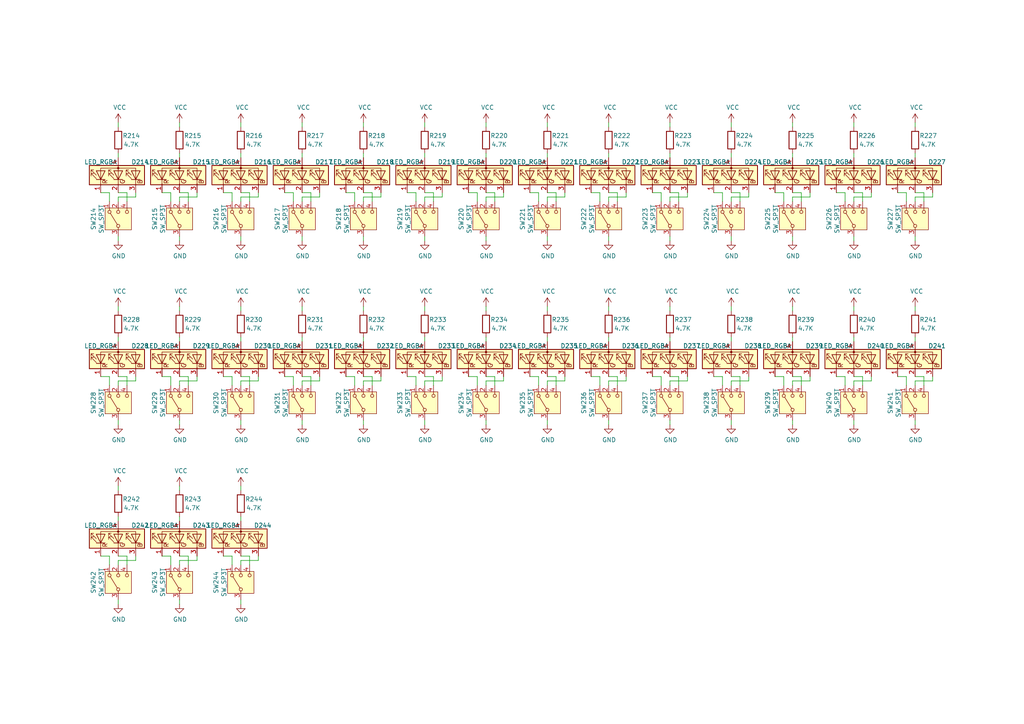
<source format=kicad_sch>
(kicad_sch (version 20231120) (generator "eeschema") (generator_version "8.0")
  (paper "A4")
  (lib_symbols
    (symbol "Device:R" (pin_numbers hide) (pin_names (offset 0))
      (property "Reference" "R" (at 2.032 0 90))
      (property "Value" "R" (at 0 0 90))
      (symbol "R_1_1"
        (pin passive line (at 0 3.81 270) (length 1.27) (name "~") (number "1"))
        (pin passive line (at 0 -3.81 90) (length 1.27) (name "~") (number "2"))
      )
    )
    (symbol "Switch:SW_SP3T" (pin_names (offset 0) hide)
      (property "Reference" "SW" (at 0 5.08 0))
      (property "Value" "SW_SP3T" (at 0 -5.08 0))
      (symbol "SW_SP3T_1_1"
        (pin passive line (at 5.08 2.54 180) (length 2.54) (name "1") (number "1"))
        (pin passive line (at 5.08 0 180) (length 2.54) (name "2") (number "2"))
        (pin passive line (at -5.08 0 0) (length 2.54) (name "3") (number "3"))
        (pin passive line (at 5.08 -2.54 180) (length 2.54) (name "4") (number "4"))
      )
    )
    (symbol "led_rgba:LED_RGBA" (pin_names (offset 0) hide)
      (property "Reference" "D" (at 0 9.398 0))
      (property "Value" "LED_RGBA" (at 0 -8.89 0))
      (symbol "LED_RGBA_0_0"
        (text "B" (at -1.905 -6.35 0) (effects (font (size 1.27 1.27))))
        (text "G" (at -1.905 -1.27 0) (effects (font (size 1.27 1.27))))
        (text "R" (at -1.905 3.81 0) (effects (font (size 1.27 1.27))))
      )
      (symbol "LED_RGBA_1_1"
        (pin passive line (at -5.08 5.08 0) (length 2.54) (name "RK") (number "1"))
        (pin passive line (at -5.08 0 0) (length 2.54) (name "GK") (number "2"))
        (pin passive line (at -5.08 -5.08 0) (length 2.54) (name "BK") (number "3"))
        (pin passive line (at 5.08 0 180) (length 2.54) (name "A") (number "4"))
      )
    )
    (symbol "motivational board-rescue:GND-power" (power) (pin_names (offset 0))
      (property "Value" "power_GND" (at 0 -3.81 0))
      (symbol "GND-power_1_1"
        (pin power_in line (at 0 0 270) (length 0) hide (name "GND") (number "1"))
      )
    )
    (symbol "motivational board-rescue:VCC-power" (power) (pin_names (offset 0))
      (property "Value" "power_VCC" (at 0 3.81 0))
      (symbol "VCC-power_1_1"
        (pin power_in line (at 0 0 90) (length 0) hide (name "VCC") (number "1"))
      )
    )
  )
  (wire (pts (xy 176.53 99.06) (xy 176.53 97.79)))
  (wire (pts (xy 69.85 173.99) (xy 69.85 175.26)))
  (wire (pts (xy 189.23 109.22) (xy 191.77 109.22)))
  (wire (pts (xy 161.29 55.88) (xy 158.75 55.88)))
  (wire (pts (xy 158.75 121.92) (xy 158.75 123.19)))
  (wire (pts (xy 217.17 57.15) (xy 217.17 55.88)))
  (wire (pts (xy 67.31 55.88) (xy 67.31 58.42)))
  (wire (pts (xy 39.37 162.56) (xy 39.37 161.29)))
  (wire (pts (xy 262.89 55.88) (xy 262.89 58.42)))
  (wire (pts (xy 54.61 55.88) (xy 52.07 55.88)))
  (wire (pts (xy 209.55 55.88) (xy 209.55 58.42)))
  (wire (pts (xy 158.75 110.49) (xy 163.83 110.49)))
  (wire (pts (xy 107.95 58.42) (xy 107.95 55.88)))
  (wire (pts (xy 158.75 45.72) (xy 158.75 44.45)))
  (wire (pts (xy 39.37 110.49) (xy 39.37 109.22)))
  (wire (pts (xy 212.09 45.72) (xy 212.09 44.45)))
  (wire (pts (xy 123.19 111.76) (xy 123.19 110.49)))
  (wire (pts (xy 31.75 161.29) (xy 31.75 163.83)))
  (wire (pts (xy 234.95 110.49) (xy 234.95 109.22)))
  (wire (pts (xy 158.75 58.42) (xy 158.75 57.15)))
  (wire (pts (xy 49.53 109.22) (xy 49.53 111.76)))
  (wire (pts (xy 247.65 121.92) (xy 247.65 123.19)))
  (wire (pts (xy 194.31 57.15) (xy 199.39 57.15)))
  (wire (pts (xy 214.63 55.88) (xy 212.09 55.88)))
  (wire (pts (xy 194.31 35.56) (xy 194.31 36.83)))
  (wire (pts (xy 29.21 55.88) (xy 31.75 55.88)))
  (wire (pts (xy 90.17 109.22) (xy 87.63 109.22)))
  (wire (pts (xy 87.63 58.42) (xy 87.63 57.15)))
  (wire (pts (xy 191.77 109.22) (xy 191.77 111.76)))
  (wire (pts (xy 36.83 58.42) (xy 36.83 55.88)))
  (wire (pts (xy 67.31 161.29) (xy 67.31 163.83)))
  (wire (pts (xy 105.41 45.72) (xy 105.41 44.45)))
  (wire (pts (xy 140.97 58.42) (xy 140.97 57.15)))
  (wire (pts (xy 105.41 110.49) (xy 110.49 110.49)))
  (wire (pts (xy 179.07 109.22) (xy 176.53 109.22)))
  (wire (pts (xy 125.73 58.42) (xy 125.73 55.88)))
  (wire (pts (xy 265.43 99.06) (xy 265.43 97.79)))
  (wire (pts (xy 29.21 161.29) (xy 31.75 161.29)))
  (wire (pts (xy 54.61 161.29) (xy 52.07 161.29)))
  (wire (pts (xy 212.09 110.49) (xy 217.17 110.49)))
  (wire (pts (xy 72.39 161.29) (xy 69.85 161.29)))
  (wire (pts (xy 194.31 110.49) (xy 199.39 110.49)))
  (wire (pts (xy 36.83 161.29) (xy 34.29 161.29)))
  (wire (pts (xy 224.79 109.22) (xy 227.33 109.22)))
  (wire (pts (xy 54.61 109.22) (xy 52.07 109.22)))
  (wire (pts (xy 265.43 45.72) (xy 265.43 44.45)))
  (wire (pts (xy 123.19 99.06) (xy 123.19 97.79)))
  (wire (pts (xy 260.35 109.22) (xy 262.89 109.22)))
  (wire (pts (xy 120.65 55.88) (xy 120.65 58.42)))
  (wire (pts (xy 158.75 99.06) (xy 158.75 97.79)))
  (wire (pts (xy 247.65 57.15) (xy 252.73 57.15)))
  (wire (pts (xy 232.41 55.88) (xy 229.87 55.88)))
  (wire (pts (xy 69.85 151.13) (xy 69.85 149.86)))
  (wire (pts (xy 105.41 99.06) (xy 105.41 97.79)))
  (wire (pts (xy 176.53 68.58) (xy 176.53 69.85)))
  (wire (pts (xy 194.31 88.9) (xy 194.31 90.17)))
  (wire (pts (xy 52.07 58.42) (xy 52.07 57.15)))
  (wire (pts (xy 105.41 111.76) (xy 105.41 110.49)))
  (wire (pts (xy 52.07 57.15) (xy 57.15 57.15)))
  (wire (pts (xy 69.85 45.72) (xy 69.85 44.45)))
  (wire (pts (xy 34.29 35.56) (xy 34.29 36.83)))
  (wire (pts (xy 209.55 109.22) (xy 209.55 111.76)))
  (wire (pts (xy 85.09 109.22) (xy 85.09 111.76)))
  (wire (pts (xy 74.93 110.49) (xy 74.93 109.22)))
  (wire (pts (xy 229.87 99.06) (xy 229.87 97.79)))
  (wire (pts (xy 49.53 55.88) (xy 49.53 58.42)))
  (wire (pts (xy 189.23 55.88) (xy 191.77 55.88)))
  (wire (pts (xy 229.87 111.76) (xy 229.87 110.49)))
  (wire (pts (xy 52.07 121.92) (xy 52.07 123.19)))
  (wire (pts (xy 100.33 55.88) (xy 102.87 55.88)))
  (wire (pts (xy 69.85 99.06) (xy 69.85 97.79)))
  (wire (pts (xy 265.43 57.15) (xy 270.51 57.15)))
  (wire (pts (xy 247.65 99.06) (xy 247.65 97.79)))
  (wire (pts (xy 34.29 88.9) (xy 34.29 90.17)))
  (wire (pts (xy 52.07 163.83) (xy 52.07 162.56)))
  (wire (pts (xy 143.51 111.76) (xy 143.51 109.22)))
  (wire (pts (xy 34.29 68.58) (xy 34.29 69.85)))
  (wire (pts (xy 90.17 55.88) (xy 87.63 55.88)))
  (wire (pts (xy 232.41 111.76) (xy 232.41 109.22)))
  (wire (pts (xy 247.65 35.56) (xy 247.65 36.83)))
  (wire (pts (xy 52.07 140.97) (xy 52.07 142.24)))
  (wire (pts (xy 110.49 110.49) (xy 110.49 109.22)))
  (wire (pts (xy 140.97 57.15) (xy 146.05 57.15)))
  (wire (pts (xy 247.65 68.58) (xy 247.65 69.85)))
  (wire (pts (xy 250.19 55.88) (xy 247.65 55.88)))
  (wire (pts (xy 64.77 55.88) (xy 67.31 55.88)))
  (wire (pts (xy 247.65 45.72) (xy 247.65 44.45)))
  (wire (pts (xy 92.71 57.15) (xy 92.71 55.88)))
  (wire (pts (xy 161.29 111.76) (xy 161.29 109.22)))
  (wire (pts (xy 153.67 109.22) (xy 156.21 109.22)))
  (wire (pts (xy 72.39 111.76) (xy 72.39 109.22)))
  (wire (pts (xy 87.63 111.76) (xy 87.63 110.49)))
  (wire (pts (xy 156.21 55.88) (xy 156.21 58.42)))
  (wire (pts (xy 163.83 110.49) (xy 163.83 109.22)))
  (wire (pts (xy 128.27 57.15) (xy 128.27 55.88)))
  (wire (pts (xy 176.53 35.56) (xy 176.53 36.83)))
  (wire (pts (xy 146.05 57.15) (xy 146.05 55.88)))
  (wire (pts (xy 54.61 163.83) (xy 54.61 161.29)))
  (wire (pts (xy 217.17 110.49) (xy 217.17 109.22)))
  (wire (pts (xy 64.77 109.22) (xy 67.31 109.22)))
  (wire (pts (xy 135.89 55.88) (xy 138.43 55.88)))
  (wire (pts (xy 69.85 140.97) (xy 69.85 142.24)))
  (wire (pts (xy 229.87 121.92) (xy 229.87 123.19)))
  (wire (pts (xy 31.75 55.88) (xy 31.75 58.42)))
  (wire (pts (xy 123.19 68.58) (xy 123.19 69.85)))
  (wire (pts (xy 247.65 58.42) (xy 247.65 57.15)))
  (wire (pts (xy 69.85 121.92) (xy 69.85 123.19)))
  (wire (pts (xy 46.99 55.88) (xy 49.53 55.88)))
  (wire (pts (xy 196.85 109.22) (xy 194.31 109.22)))
  (wire (pts (xy 36.83 163.83) (xy 36.83 161.29)))
  (wire (pts (xy 176.53 88.9) (xy 176.53 90.17)))
  (wire (pts (xy 34.29 173.99) (xy 34.29 175.26)))
  (wire (pts (xy 36.83 111.76) (xy 36.83 109.22)))
  (wire (pts (xy 229.87 35.56) (xy 229.87 36.83)))
  (wire (pts (xy 247.65 110.49) (xy 252.73 110.49)))
  (wire (pts (xy 107.95 109.22) (xy 105.41 109.22)))
  (wire (pts (xy 229.87 57.15) (xy 234.95 57.15)))
  (wire (pts (xy 140.97 121.92) (xy 140.97 123.19)))
  (wire (pts (xy 229.87 68.58) (xy 229.87 69.85)))
  (wire (pts (xy 212.09 111.76) (xy 212.09 110.49)))
  (wire (pts (xy 34.29 140.97) (xy 34.29 142.24)))
  (wire (pts (xy 46.99 109.22) (xy 49.53 109.22)))
  (wire (pts (xy 196.85 111.76) (xy 196.85 109.22)))
  (wire (pts (xy 72.39 55.88) (xy 69.85 55.88)))
  (wire (pts (xy 229.87 110.49) (xy 234.95 110.49)))
  (wire (pts (xy 105.41 35.56) (xy 105.41 36.83)))
  (wire (pts (xy 229.87 45.72) (xy 229.87 44.45)))
  (wire (pts (xy 90.17 58.42) (xy 90.17 55.88)))
  (wire (pts (xy 34.29 121.92) (xy 34.29 123.19)))
  (wire (pts (xy 176.53 57.15) (xy 181.61 57.15)))
  (wire (pts (xy 123.19 45.72) (xy 123.19 44.45)))
  (wire (pts (xy 87.63 68.58) (xy 87.63 69.85)))
  (wire (pts (xy 153.67 55.88) (xy 156.21 55.88)))
  (wire (pts (xy 64.77 161.29) (xy 67.31 161.29)))
  (wire (pts (xy 39.37 57.15) (xy 39.37 55.88)))
  (wire (pts (xy 267.97 109.22) (xy 265.43 109.22)))
  (wire (pts (xy 199.39 110.49) (xy 199.39 109.22)))
  (wire (pts (xy 123.19 35.56) (xy 123.19 36.83)))
  (wire (pts (xy 270.51 57.15) (xy 270.51 55.88)))
  (wire (pts (xy 158.75 88.9) (xy 158.75 90.17)))
  (wire (pts (xy 179.07 55.88) (xy 176.53 55.88)))
  (wire (pts (xy 57.15 162.56) (xy 57.15 161.29)))
  (wire (pts (xy 52.07 111.76) (xy 52.07 110.49)))
  (wire (pts (xy 87.63 35.56) (xy 87.63 36.83)))
  (wire (pts (xy 100.33 109.22) (xy 102.87 109.22)))
  (wire (pts (xy 118.11 109.22) (xy 120.65 109.22)))
  (wire (pts (xy 173.99 55.88) (xy 173.99 58.42)))
  (wire (pts (xy 146.05 110.49) (xy 146.05 109.22)))
  (wire (pts (xy 194.31 121.92) (xy 194.31 123.19)))
  (wire (pts (xy 52.07 151.13) (xy 52.07 149.86)))
  (wire (pts (xy 212.09 35.56) (xy 212.09 36.83)))
  (wire (pts (xy 34.29 111.76) (xy 34.29 110.49)))
  (wire (pts (xy 138.43 55.88) (xy 138.43 58.42)))
  (wire (pts (xy 92.71 110.49) (xy 92.71 109.22)))
  (wire (pts (xy 252.73 110.49) (xy 252.73 109.22)))
  (wire (pts (xy 36.83 55.88) (xy 34.29 55.88)))
  (wire (pts (xy 176.53 121.92) (xy 176.53 123.19)))
  (wire (pts (xy 69.85 163.83) (xy 69.85 162.56)))
  (wire (pts (xy 125.73 111.76) (xy 125.73 109.22)))
  (wire (pts (xy 120.65 109.22) (xy 120.65 111.76)))
  (wire (pts (xy 34.29 110.49) (xy 39.37 110.49)))
  (wire (pts (xy 245.11 55.88) (xy 245.11 58.42)))
  (wire (pts (xy 250.19 58.42) (xy 250.19 55.88)))
  (wire (pts (xy 52.07 110.49) (xy 57.15 110.49)))
  (wire (pts (xy 158.75 68.58) (xy 158.75 69.85)))
  (wire (pts (xy 176.53 110.49) (xy 181.61 110.49)))
  (wire (pts (xy 267.97 55.88) (xy 265.43 55.88)))
  (wire (pts (xy 265.43 35.56) (xy 265.43 36.83)))
  (wire (pts (xy 207.01 55.88) (xy 209.55 55.88)))
  (wire (pts (xy 34.29 57.15) (xy 39.37 57.15)))
  (wire (pts (xy 105.41 68.58) (xy 105.41 69.85)))
  (wire (pts (xy 267.97 111.76) (xy 267.97 109.22)))
  (wire (pts (xy 52.07 68.58) (xy 52.07 69.85)))
  (wire (pts (xy 229.87 58.42) (xy 229.87 57.15)))
  (wire (pts (xy 72.39 163.83) (xy 72.39 161.29)))
  (wire (pts (xy 214.63 58.42) (xy 214.63 55.88)))
  (wire (pts (xy 105.41 58.42) (xy 105.41 57.15)))
  (wire (pts (xy 181.61 110.49) (xy 181.61 109.22)))
  (wire (pts (xy 265.43 121.92) (xy 265.43 123.19)))
  (wire (pts (xy 110.49 57.15) (xy 110.49 55.88)))
  (wire (pts (xy 72.39 58.42) (xy 72.39 55.88)))
  (wire (pts (xy 212.09 58.42) (xy 212.09 57.15)))
  (wire (pts (xy 125.73 55.88) (xy 123.19 55.88)))
  (wire (pts (xy 161.29 109.22) (xy 158.75 109.22)))
  (wire (pts (xy 194.31 111.76) (xy 194.31 110.49)))
  (wire (pts (xy 191.77 55.88) (xy 191.77 58.42)))
  (wire (pts (xy 49.53 161.29) (xy 49.53 163.83)))
  (wire (pts (xy 250.19 111.76) (xy 250.19 109.22)))
  (wire (pts (xy 34.29 58.42) (xy 34.29 57.15)))
  (wire (pts (xy 247.65 111.76) (xy 247.65 110.49)))
  (wire (pts (xy 212.09 88.9) (xy 212.09 90.17)))
  (wire (pts (xy 171.45 109.22) (xy 173.99 109.22)))
  (wire (pts (xy 227.33 109.22) (xy 227.33 111.76)))
  (wire (pts (xy 214.63 109.22) (xy 212.09 109.22)))
  (wire (pts (xy 118.11 55.88) (xy 120.65 55.88)))
  (wire (pts (xy 69.85 57.15) (xy 74.93 57.15)))
  (wire (pts (xy 171.45 55.88) (xy 173.99 55.88)))
  (wire (pts (xy 69.85 35.56) (xy 69.85 36.83)))
  (wire (pts (xy 123.19 58.42) (xy 123.19 57.15)))
  (wire (pts (xy 232.41 58.42) (xy 232.41 55.88)))
  (wire (pts (xy 207.01 109.22) (xy 209.55 109.22)))
  (wire (pts (xy 74.93 162.56) (xy 74.93 161.29)))
  (wire (pts (xy 125.73 109.22) (xy 123.19 109.22)))
  (wire (pts (xy 87.63 99.06) (xy 87.63 97.79)))
  (wire (pts (xy 242.57 55.88) (xy 245.11 55.88)))
  (wire (pts (xy 212.09 68.58) (xy 212.09 69.85)))
  (wire (pts (xy 199.39 57.15) (xy 199.39 55.88)))
  (wire (pts (xy 163.83 57.15) (xy 163.83 55.88)))
  (wire (pts (xy 214.63 111.76) (xy 214.63 109.22)))
  (wire (pts (xy 82.55 109.22) (xy 85.09 109.22)))
  (wire (pts (xy 105.41 57.15) (xy 110.49 57.15)))
  (wire (pts (xy 52.07 173.99) (xy 52.07 175.26)))
  (wire (pts (xy 34.29 163.83) (xy 34.29 162.56)))
  (wire (pts (xy 232.41 109.22) (xy 229.87 109.22)))
  (wire (pts (xy 31.75 109.22) (xy 31.75 111.76)))
  (wire (pts (xy 82.55 55.88) (xy 85.09 55.88)))
  (wire (pts (xy 123.19 88.9) (xy 123.19 90.17)))
  (wire (pts (xy 69.85 88.9) (xy 69.85 90.17)))
  (wire (pts (xy 224.79 55.88) (xy 227.33 55.88)))
  (wire (pts (xy 29.21 109.22) (xy 31.75 109.22)))
  (wire (pts (xy 107.95 55.88) (xy 105.41 55.88)))
  (wire (pts (xy 194.31 99.06) (xy 194.31 97.79)))
  (wire (pts (xy 90.17 111.76) (xy 90.17 109.22)))
  (wire (pts (xy 67.31 109.22) (xy 67.31 111.76)))
  (wire (pts (xy 34.29 45.72) (xy 34.29 44.45)))
  (wire (pts (xy 74.93 57.15) (xy 74.93 55.88)))
  (wire (pts (xy 181.61 57.15) (xy 181.61 55.88)))
  (wire (pts (xy 194.31 68.58) (xy 194.31 69.85)))
  (wire (pts (xy 176.53 111.76) (xy 176.53 110.49)))
  (wire (pts (xy 250.19 109.22) (xy 247.65 109.22)))
  (wire (pts (xy 179.07 58.42) (xy 179.07 55.88)))
  (wire (pts (xy 265.43 68.58) (xy 265.43 69.85)))
  (wire (pts (xy 72.39 109.22) (xy 69.85 109.22)))
  (wire (pts (xy 212.09 99.06) (xy 212.09 97.79)))
  (wire (pts (xy 176.53 45.72) (xy 176.53 44.45)))
  (wire (pts (xy 242.57 109.22) (xy 245.11 109.22)))
  (wire (pts (xy 34.29 151.13) (xy 34.29 149.86)))
  (wire (pts (xy 87.63 121.92) (xy 87.63 123.19)))
  (wire (pts (xy 87.63 57.15) (xy 92.71 57.15)))
  (wire (pts (xy 54.61 111.76) (xy 54.61 109.22)))
  (wire (pts (xy 140.97 88.9) (xy 140.97 90.17)))
  (wire (pts (xy 69.85 110.49) (xy 74.93 110.49)))
  (wire (pts (xy 161.29 58.42) (xy 161.29 55.88)))
  (wire (pts (xy 123.19 57.15) (xy 128.27 57.15)))
  (wire (pts (xy 143.51 58.42) (xy 143.51 55.88)))
  (wire (pts (xy 140.97 110.49) (xy 146.05 110.49)))
  (wire (pts (xy 57.15 57.15) (xy 57.15 55.88)))
  (wire (pts (xy 138.43 109.22) (xy 138.43 111.76)))
  (wire (pts (xy 194.31 58.42) (xy 194.31 57.15)))
  (wire (pts (xy 123.19 121.92) (xy 123.19 123.19)))
  (wire (pts (xy 196.85 55.88) (xy 194.31 55.88)))
  (wire (pts (xy 196.85 58.42) (xy 196.85 55.88)))
  (wire (pts (xy 265.43 88.9) (xy 265.43 90.17)))
  (wire (pts (xy 140.97 68.58) (xy 140.97 69.85)))
  (wire (pts (xy 52.07 45.72) (xy 52.07 44.45)))
  (wire (pts (xy 176.53 58.42) (xy 176.53 57.15)))
  (wire (pts (xy 107.95 111.76) (xy 107.95 109.22)))
  (wire (pts (xy 156.21 109.22) (xy 156.21 111.76)))
  (wire (pts (xy 102.87 109.22) (xy 102.87 111.76)))
  (wire (pts (xy 227.33 55.88) (xy 227.33 58.42)))
  (wire (pts (xy 140.97 111.76) (xy 140.97 110.49)))
  (wire (pts (xy 265.43 58.42) (xy 265.43 57.15)))
  (wire (pts (xy 158.75 57.15) (xy 163.83 57.15)))
  (wire (pts (xy 69.85 111.76) (xy 69.85 110.49)))
  (wire (pts (xy 69.85 58.42) (xy 69.85 57.15)))
  (wire (pts (xy 212.09 121.92) (xy 212.09 123.19)))
  (wire (pts (xy 34.29 162.56) (xy 39.37 162.56)))
  (wire (pts (xy 158.75 35.56) (xy 158.75 36.83)))
  (wire (pts (xy 140.97 35.56) (xy 140.97 36.83)))
  (wire (pts (xy 194.31 45.72) (xy 194.31 44.45)))
  (wire (pts (xy 52.07 99.06) (xy 52.07 97.79)))
  (wire (pts (xy 87.63 45.72) (xy 87.63 44.45)))
  (wire (pts (xy 265.43 111.76) (xy 265.43 110.49)))
  (wire (pts (xy 143.51 55.88) (xy 140.97 55.88)))
  (wire (pts (xy 252.73 57.15) (xy 252.73 55.88)))
  (wire (pts (xy 52.07 35.56) (xy 52.07 36.83)))
  (wire (pts (xy 140.97 99.06) (xy 140.97 97.79)))
  (wire (pts (xy 270.51 110.49) (xy 270.51 109.22)))
  (wire (pts (xy 69.85 68.58) (xy 69.85 69.85)))
  (wire (pts (xy 128.27 110.49) (xy 128.27 109.22)))
  (wire (pts (xy 102.87 55.88) (xy 102.87 58.42)))
  (wire (pts (xy 245.11 109.22) (xy 245.11 111.76)))
  (wire (pts (xy 87.63 88.9) (xy 87.63 90.17)))
  (wire (pts (xy 143.51 109.22) (xy 140.97 109.22)))
  (wire (pts (xy 179.07 111.76) (xy 179.07 109.22)))
  (wire (pts (xy 46.99 161.29) (xy 49.53 161.29)))
  (wire (pts (xy 69.85 162.56) (xy 74.93 162.56)))
  (wire (pts (xy 105.41 121.92) (xy 105.41 123.19)))
  (wire (pts (xy 52.07 162.56) (xy 57.15 162.56)))
  (wire (pts (xy 87.63 110.49) (xy 92.71 110.49)))
  (wire (pts (xy 54.61 58.42) (xy 54.61 55.88)))
  (wire (pts (xy 85.09 55.88) (xy 85.09 58.42)))
  (wire (pts (xy 262.89 109.22) (xy 262.89 111.76)))
  (wire (pts (xy 173.99 109.22) (xy 173.99 111.76)))
  (wire (pts (xy 234.95 57.15) (xy 234.95 55.88)))
  (wire (pts (xy 158.75 111.76) (xy 158.75 110.49)))
  (wire (pts (xy 140.97 45.72) (xy 140.97 44.45)))
  (wire (pts (xy 57.15 110.49) (xy 57.15 109.22)))
  (wire (pts (xy 267.97 58.42) (xy 267.97 55.88)))
  (wire (pts (xy 265.43 110.49) (xy 270.51 110.49)))
  (wire (pts (xy 123.19 110.49) (xy 128.27 110.49)))
  (wire (pts (xy 247.65 88.9) (xy 247.65 90.17)))
  (wire (pts (xy 229.87 88.9) (xy 229.87 90.17)))
  (wire (pts (xy 135.89 109.22) (xy 138.43 109.22)))
  (wire (pts (xy 260.35 55.88) (xy 262.89 55.88)))
  (wire (pts (xy 34.29 99.06) (xy 34.29 97.79)))
  (wire (pts (xy 105.41 88.9) (xy 105.41 90.17)))
  (wire (pts (xy 212.09 57.15) (xy 217.17 57.15)))
  (wire (pts (xy 36.83 109.22) (xy 34.29 109.22)))
  (wire (pts (xy 52.07 88.9) (xy 52.07 90.17)))
  (symbol (lib_id "led_rgba:LED_RGBA") (at 34.29 50.8 90) (unit 1)
    (property "Reference" "D214" (at 40.64 46.99 90))
    (property "Value" "LED_RGBA" (at 29.21 46.99 90))
    (property "Footprint" "LED_SMD-extra:LED_RGB_3528" (effects (hide yes)))
  )
  (symbol (lib_id "led_rgba:LED_RGBA") (at 194.31 50.8 90) (unit 1)
    (property "Reference" "D223" (at 200.66 46.99 90))
    (property "Value" "LED_RGBA" (at 189.23 46.99 90))
    (property "Footprint" "LED_SMD-extra:LED_RGB_3528" (effects (hide yes)))
  )
  (symbol (lib_id "Device:R") (at 194.31 40.64 0) (unit 1)
    (property "Reference" "R223" (at 198.12 39.37 0))
    (property "Value" "4.7K" (at 198.12 41.91 0))
    (property "Footprint" "Resistors_SMD:R_0805_HandSoldering" (effects (hide yes)))
  )
  (symbol (lib_id "motivational board-rescue:VCC-power") (at 52.07 88.9 0) (unit 1)
    (property "Reference" "#PWR0458" (effects (hide yes)))
    (property "Value" "VCC" (at 52.5018 84.5058 0))
  )
  (symbol (lib_id "motivational board-rescue:GND-power") (at 176.53 123.19 0) (unit 1)
    (property "Reference" "#PWR0479" (effects (hide yes)))
    (property "Value" "GND" (at 176.657 127.5842 0))
  )
  (symbol (lib_id "Device:R") (at 212.09 93.98 0) (unit 1)
    (property "Reference" "R238" (at 215.9 92.71 0))
    (property "Value" "4.7K" (at 215.9 95.25 0))
    (property "Footprint" "Resistors_SMD:R_0805_HandSoldering" (effects (hide yes)))
  )
  (symbol (lib_id "motivational board-rescue:VCC-power") (at 229.87 88.9 0) (unit 1)
    (property "Reference" "#PWR0468" (effects (hide yes)))
    (property "Value" "VCC" (at 230.3018 84.5058 0))
  )
  (symbol (lib_id "Switch:SW_SP3T") (at 247.65 116.84 90) (unit 1)
    (property "Reference" "SW240" (at 240.4618 116.84 0))
    (property "Value" "SW_SP3T" (at 242.7732 116.84 0))
    (property "Footprint" "Button_Switch_THT-extra:SS13D07G4" (effects (hide yes)))
  )
  (symbol (lib_id "led_rgba:LED_RGBA") (at 34.29 156.21 90) (unit 1)
    (property "Reference" "D242" (at 40.64 152.4 90))
    (property "Value" "LED_RGBA" (at 29.21 152.4 90))
    (property "Footprint" "LED_SMD-extra:LED_RGB_3528" (effects (hide yes)))
  )
  (symbol (lib_id "Device:R") (at 52.07 146.05 0) (unit 1)
    (property "Reference" "R243" (at 55.88 144.78 0))
    (property "Value" "4.7K" (at 55.88 147.32 0))
    (property "Footprint" "Resistors_SMD:R_0805_HandSoldering" (effects (hide yes)))
  )
  (symbol (lib_id "Switch:SW_SP3T") (at 69.85 168.91 90) (unit 1)
    (property "Reference" "SW244" (at 62.6618 168.91 0))
    (property "Value" "SW_SP3T" (at 64.9732 168.91 0))
    (property "Footprint" "Button_Switch_THT-extra:SS13D07G4" (effects (hide yes)))
  )
  (symbol (lib_id "Switch:SW_SP3T") (at 34.29 63.5 90) (unit 1)
    (property "Reference" "SW214" (at 27.1018 63.5 0))
    (property "Value" "SW_SP3T" (at 29.4132 63.5 0))
    (property "Footprint" "Button_Switch_THT-extra:SS13D07G4" (effects (hide yes)))
  )
  (symbol (lib_id "Device:R") (at 34.29 40.64 0) (unit 1)
    (property "Reference" "R214" (at 38.1 39.37 0))
    (property "Value" "4.7K" (at 38.1 41.91 0))
    (property "Footprint" "Resistors_SMD:R_0805_HandSoldering" (effects (hide yes)))
  )
  (symbol (lib_id "motivational board-rescue:VCC-power") (at 34.29 35.56 0) (unit 1)
    (property "Reference" "#PWR0429" (effects (hide yes)))
    (property "Value" "VCC" (at 34.7218 31.1658 0))
  )
  (symbol (lib_id "motivational board-rescue:GND-power") (at 34.29 69.85 0) (unit 1)
    (property "Reference" "#PWR0443" (effects (hide yes)))
    (property "Value" "GND" (at 34.417 74.2442 0))
  )
  (symbol (lib_id "Switch:SW_SP3T") (at 52.07 63.5 90) (unit 1)
    (property "Reference" "SW215" (at 44.8818 63.5 0))
    (property "Value" "SW_SP3T" (at 47.1932 63.5 0))
    (property "Footprint" "Button_Switch_THT-extra:SS13D07G4" (effects (hide yes)))
  )
  (symbol (lib_id "led_rgba:LED_RGBA") (at 52.07 50.8 90) (unit 1)
    (property "Reference" "D215" (at 58.42 46.99 90))
    (property "Value" "LED_RGBA" (at 46.99 46.99 90))
    (property "Footprint" "LED_SMD-extra:LED_RGB_3528" (effects (hide yes)))
  )
  (symbol (lib_id "Device:R") (at 52.07 40.64 0) (unit 1)
    (property "Reference" "R215" (at 55.88 39.37 0))
    (property "Value" "4.7K" (at 55.88 41.91 0))
    (property "Footprint" "Resistors_SMD:R_0805_HandSoldering" (effects (hide yes)))
  )
  (symbol (lib_id "motivational board-rescue:VCC-power") (at 52.07 35.56 0) (unit 1)
    (property "Reference" "#PWR0430" (effects (hide yes)))
    (property "Value" "VCC" (at 52.5018 31.1658 0))
  )
  (symbol (lib_id "motivational board-rescue:GND-power") (at 52.07 69.85 0) (unit 1)
    (property "Reference" "#PWR0444" (effects (hide yes)))
    (property "Value" "GND" (at 52.197 74.2442 0))
  )
  (symbol (lib_id "Switch:SW_SP3T") (at 69.85 63.5 90) (unit 1)
    (property "Reference" "SW216" (at 62.6618 63.5 0))
    (property "Value" "SW_SP3T" (at 64.9732 63.5 0))
    (property "Footprint" "Button_Switch_THT-extra:SS13D07G4" (effects (hide yes)))
  )
  (symbol (lib_id "led_rgba:LED_RGBA") (at 69.85 50.8 90) (unit 1)
    (property "Reference" "D216" (at 76.2 46.99 90))
    (property "Value" "LED_RGBA" (at 64.77 46.99 90))
    (property "Footprint" "LED_SMD-extra:LED_RGB_3528" (effects (hide yes)))
  )
  (symbol (lib_id "Device:R") (at 69.85 40.64 0) (unit 1)
    (property "Reference" "R216" (at 73.66 39.37 0))
    (property "Value" "4.7K" (at 73.66 41.91 0))
    (property "Footprint" "Resistors_SMD:R_0805_HandSoldering" (effects (hide yes)))
  )
  (symbol (lib_id "motivational board-rescue:VCC-power") (at 69.85 35.56 0) (unit 1)
    (property "Reference" "#PWR0431" (effects (hide yes)))
    (property "Value" "VCC" (at 70.2818 31.1658 0))
  )
  (symbol (lib_id "motivational board-rescue:GND-power") (at 69.85 69.85 0) (unit 1)
    (property "Reference" "#PWR0445" (effects (hide yes)))
    (property "Value" "GND" (at 69.977 74.2442 0))
  )
  (symbol (lib_id "Switch:SW_SP3T") (at 87.63 63.5 90) (unit 1)
    (property "Reference" "SW217" (at 80.4418 63.5 0))
    (property "Value" "SW_SP3T" (at 82.7532 63.5 0))
    (property "Footprint" "Button_Switch_THT-extra:SS13D07G4" (effects (hide yes)))
  )
  (symbol (lib_id "led_rgba:LED_RGBA") (at 87.63 50.8 90) (unit 1)
    (property "Reference" "D217" (at 93.98 46.99 90))
    (property "Value" "LED_RGBA" (at 82.55 46.99 90))
    (property "Footprint" "LED_SMD-extra:LED_RGB_3528" (effects (hide yes)))
  )
  (symbol (lib_id "Device:R") (at 87.63 40.64 0) (unit 1)
    (property "Reference" "R217" (at 91.44 39.37 0))
    (property "Value" "4.7K" (at 91.44 41.91 0))
    (property "Footprint" "Resistors_SMD:R_0805_HandSoldering" (effects (hide yes)))
  )
  (symbol (lib_id "motivational board-rescue:VCC-power") (at 87.63 35.56 0) (unit 1)
    (property "Reference" "#PWR0432" (effects (hide yes)))
    (property "Value" "VCC" (at 88.0618 31.1658 0))
  )
  (symbol (lib_id "motivational board-rescue:GND-power") (at 87.63 69.85 0) (unit 1)
    (property "Reference" "#PWR0446" (effects (hide yes)))
    (property "Value" "GND" (at 87.757 74.2442 0))
  )
  (symbol (lib_id "Switch:SW_SP3T") (at 105.41 63.5 90) (unit 1)
    (property "Reference" "SW218" (at 98.2218 63.5 0))
    (property "Value" "SW_SP3T" (at 100.5332 63.5 0))
    (property "Footprint" "Button_Switch_THT-extra:SS13D07G4" (effects (hide yes)))
  )
  (symbol (lib_id "led_rgba:LED_RGBA") (at 105.41 50.8 90) (unit 1)
    (property "Reference" "D218" (at 111.76 46.99 90))
    (property "Value" "LED_RGBA" (at 100.33 46.99 90))
    (property "Footprint" "LED_SMD-extra:LED_RGB_3528" (effects (hide yes)))
  )
  (symbol (lib_id "Device:R") (at 105.41 40.64 0) (unit 1)
    (property "Reference" "R218" (at 109.22 39.37 0))
    (property "Value" "4.7K" (at 109.22 41.91 0))
    (property "Footprint" "Resistors_SMD:R_0805_HandSoldering" (effects (hide yes)))
  )
  (symbol (lib_id "motivational board-rescue:VCC-power") (at 105.41 35.56 0) (unit 1)
    (property "Reference" "#PWR0433" (effects (hide yes)))
    (property "Value" "VCC" (at 105.8418 31.1658 0))
  )
  (symbol (lib_id "motivational board-rescue:GND-power") (at 105.41 69.85 0) (unit 1)
    (property "Reference" "#PWR0447" (effects (hide yes)))
    (property "Value" "GND" (at 105.537 74.2442 0))
  )
  (symbol (lib_id "Switch:SW_SP3T") (at 123.19 63.5 90) (unit 1)
    (property "Reference" "SW219" (at 116.0018 63.5 0))
    (property "Value" "SW_SP3T" (at 118.3132 63.5 0))
    (property "Footprint" "Button_Switch_THT-extra:SS13D07G4" (effects (hide yes)))
  )
  (symbol (lib_id "led_rgba:LED_RGBA") (at 123.19 50.8 90) (unit 1)
    (property "Reference" "D219" (at 129.54 46.99 90))
    (property "Value" "LED_RGBA" (at 118.11 46.99 90))
    (property "Footprint" "LED_SMD-extra:LED_RGB_3528" (effects (hide yes)))
  )
  (symbol (lib_id "Device:R") (at 123.19 40.64 0) (unit 1)
    (property "Reference" "R219" (at 127 39.37 0))
    (property "Value" "4.7K" (at 127 41.91 0))
    (property "Footprint" "Resistors_SMD:R_0805_HandSoldering" (effects (hide yes)))
  )
  (symbol (lib_id "motivational board-rescue:VCC-power") (at 123.19 35.56 0) (unit 1)
    (property "Reference" "#PWR0434" (effects (hide yes)))
    (property "Value" "VCC" (at 123.6218 31.1658 0))
  )
  (symbol (lib_id "motivational board-rescue:GND-power") (at 123.19 69.85 0) (unit 1)
    (property "Reference" "#PWR0448" (effects (hide yes)))
    (property "Value" "GND" (at 123.317 74.2442 0))
  )
  (symbol (lib_id "Switch:SW_SP3T") (at 140.97 63.5 90) (unit 1)
    (property "Reference" "SW220" (at 133.7818 63.5 0))
    (property "Value" "SW_SP3T" (at 136.0932 63.5 0))
    (property "Footprint" "Button_Switch_THT-extra:SS13D07G4" (effects (hide yes)))
  )
  (symbol (lib_id "led_rgba:LED_RGBA") (at 140.97 50.8 90) (unit 1)
    (property "Reference" "D220" (at 147.32 46.99 90))
    (property "Value" "LED_RGBA" (at 135.89 46.99 90))
    (property "Footprint" "LED_SMD-extra:LED_RGB_3528" (effects (hide yes)))
  )
  (symbol (lib_id "Device:R") (at 140.97 40.64 0) (unit 1)
    (property "Reference" "R220" (at 144.78 39.37 0))
    (property "Value" "4.7K" (at 144.78 41.91 0))
    (property "Footprint" "Resistors_SMD:R_0805_HandSoldering" (effects (hide yes)))
  )
  (symbol (lib_id "motivational board-rescue:VCC-power") (at 140.97 35.56 0) (unit 1)
    (property "Reference" "#PWR0435" (effects (hide yes)))
    (property "Value" "VCC" (at 141.4018 31.1658 0))
  )
  (symbol (lib_id "motivational board-rescue:GND-power") (at 140.97 69.85 0) (unit 1)
    (property "Reference" "#PWR0449" (effects (hide yes)))
    (property "Value" "GND" (at 141.097 74.2442 0))
  )
  (symbol (lib_id "Switch:SW_SP3T") (at 158.75 63.5 90) (unit 1)
    (property "Reference" "SW221" (at 151.5618 63.5 0))
    (property "Value" "SW_SP3T" (at 153.8732 63.5 0))
    (property "Footprint" "Button_Switch_THT-extra:SS13D07G4" (effects (hide yes)))
  )
  (symbol (lib_id "led_rgba:LED_RGBA") (at 158.75 50.8 90) (unit 1)
    (property "Reference" "D221" (at 165.1 46.99 90))
    (property "Value" "LED_RGBA" (at 153.67 46.99 90))
    (property "Footprint" "LED_SMD-extra:LED_RGB_3528" (effects (hide yes)))
  )
  (symbol (lib_id "Device:R") (at 158.75 40.64 0) (unit 1)
    (property "Reference" "R221" (at 162.56 39.37 0))
    (property "Value" "4.7K" (at 162.56 41.91 0))
    (property "Footprint" "Resistors_SMD:R_0805_HandSoldering" (effects (hide yes)))
  )
  (symbol (lib_id "motivational board-rescue:VCC-power") (at 158.75 35.56 0) (unit 1)
    (property "Reference" "#PWR0436" (effects (hide yes)))
    (property "Value" "VCC" (at 159.1818 31.1658 0))
  )
  (symbol (lib_id "motivational board-rescue:GND-power") (at 158.75 69.85 0) (unit 1)
    (property "Reference" "#PWR0450" (effects (hide yes)))
    (property "Value" "GND" (at 158.877 74.2442 0))
  )
  (symbol (lib_id "Switch:SW_SP3T") (at 176.53 63.5 90) (unit 1)
    (property "Reference" "SW222" (at 169.3418 63.5 0))
    (property "Value" "SW_SP3T" (at 171.6532 63.5 0))
    (property "Footprint" "Button_Switch_THT-extra:SS13D07G4" (effects (hide yes)))
  )
  (symbol (lib_id "led_rgba:LED_RGBA") (at 176.53 50.8 90) (unit 1)
    (property "Reference" "D222" (at 182.88 46.99 90))
    (property "Value" "LED_RGBA" (at 171.45 46.99 90))
    (property "Footprint" "LED_SMD-extra:LED_RGB_3528" (effects (hide yes)))
  )
  (symbol (lib_id "Device:R") (at 176.53 40.64 0) (unit 1)
    (property "Reference" "R222" (at 180.34 39.37 0))
    (property "Value" "4.7K" (at 180.34 41.91 0))
    (property "Footprint" "Resistors_SMD:R_0805_HandSoldering" (effects (hide yes)))
  )
  (symbol (lib_id "motivational board-rescue:VCC-power") (at 176.53 35.56 0) (unit 1)
    (property "Reference" "#PWR0437" (effects (hide yes)))
    (property "Value" "VCC" (at 176.9618 31.1658 0))
  )
  (symbol (lib_id "motivational board-rescue:GND-power") (at 176.53 69.85 0) (unit 1)
    (property "Reference" "#PWR0451" (effects (hide yes)))
    (property "Value" "GND" (at 176.657 74.2442 0))
  )
  (symbol (lib_id "Switch:SW_SP3T") (at 194.31 63.5 90) (unit 1)
    (property "Reference" "SW223" (at 187.1218 63.5 0))
    (property "Value" "SW_SP3T" (at 189.4332 63.5 0))
    (property "Footprint" "Button_Switch_THT-extra:SS13D07G4" (effects (hide yes)))
  )
  (symbol (lib_id "motivational board-rescue:VCC-power") (at 194.31 35.56 0) (unit 1)
    (property "Reference" "#PWR0438" (effects (hide yes)))
    (property "Value" "VCC" (at 194.7418 31.1658 0))
  )
  (symbol (lib_id "motivational board-rescue:GND-power") (at 194.31 69.85 0) (unit 1)
    (property "Reference" "#PWR0452" (effects (hide yes)))
    (property "Value" "GND" (at 194.437 74.2442 0))
  )
  (symbol (lib_id "Switch:SW_SP3T") (at 212.09 63.5 90) (unit 1)
    (property "Reference" "SW224" (at 204.9018 63.5 0))
    (property "Value" "SW_SP3T" (at 207.2132 63.5 0))
    (property "Footprint" "Button_Switch_THT-extra:SS13D07G4" (effects (hide yes)))
  )
  (symbol (lib_id "led_rgba:LED_RGBA") (at 212.09 50.8 90) (unit 1)
    (property "Reference" "D224" (at 218.44 46.99 90))
    (property "Value" "LED_RGBA" (at 207.01 46.99 90))
    (property "Footprint" "LED_SMD-extra:LED_RGB_3528" (effects (hide yes)))
  )
  (symbol (lib_id "Device:R") (at 212.09 40.64 0) (unit 1)
    (property "Reference" "R224" (at 215.9 39.37 0))
    (property "Value" "4.7K" (at 215.9 41.91 0))
    (property "Footprint" "Resistors_SMD:R_0805_HandSoldering" (effects (hide yes)))
  )
  (symbol (lib_id "motivational board-rescue:VCC-power") (at 212.09 35.56 0) (unit 1)
    (property "Reference" "#PWR0439" (effects (hide yes)))
    (property "Value" "VCC" (at 212.5218 31.1658 0))
  )
  (symbol (lib_id "motivational board-rescue:GND-power") (at 212.09 69.85 0) (unit 1)
    (property "Reference" "#PWR0453" (effects (hide yes)))
    (property "Value" "GND" (at 212.217 74.2442 0))
  )
  (symbol (lib_id "Switch:SW_SP3T") (at 229.87 63.5 90) (unit 1)
    (property "Reference" "SW225" (at 222.6818 63.5 0))
    (property "Value" "SW_SP3T" (at 224.9932 63.5 0))
    (property "Footprint" "Button_Switch_THT-extra:SS13D07G4" (effects (hide yes)))
  )
  (symbol (lib_id "led_rgba:LED_RGBA") (at 229.87 50.8 90) (unit 1)
    (property "Reference" "D225" (at 236.22 46.99 90))
    (property "Value" "LED_RGBA" (at 224.79 46.99 90))
    (property "Footprint" "LED_SMD-extra:LED_RGB_3528" (effects (hide yes)))
  )
  (symbol (lib_id "Device:R") (at 229.87 40.64 0) (unit 1)
    (property "Reference" "R225" (at 233.68 39.37 0))
    (property "Value" "4.7K" (at 233.68 41.91 0))
    (property "Footprint" "Resistors_SMD:R_0805_HandSoldering" (effects (hide yes)))
  )
  (symbol (lib_id "motivational board-rescue:VCC-power") (at 229.87 35.56 0) (unit 1)
    (property "Reference" "#PWR0440" (effects (hide yes)))
    (property "Value" "VCC" (at 230.3018 31.1658 0))
  )
  (symbol (lib_id "motivational board-rescue:GND-power") (at 229.87 69.85 0) (unit 1)
    (property "Reference" "#PWR0454" (effects (hide yes)))
    (property "Value" "GND" (at 229.997 74.2442 0))
  )
  (symbol (lib_id "Switch:SW_SP3T") (at 247.65 63.5 90) (unit 1)
    (property "Reference" "SW226" (at 240.4618 63.5 0))
    (property "Value" "SW_SP3T" (at 242.7732 63.5 0))
    (property "Footprint" "Button_Switch_THT-extra:SS13D07G4" (effects (hide yes)))
  )
  (symbol (lib_id "led_rgba:LED_RGBA") (at 247.65 50.8 90) (unit 1)
    (property "Reference" "D226" (at 254 46.99 90))
    (property "Value" "LED_RGBA" (at 242.57 46.99 90))
    (property "Footprint" "LED_SMD-extra:LED_RGB_3528" (effects (hide yes)))
  )
  (symbol (lib_id "Device:R") (at 247.65 40.64 0) (unit 1)
    (property "Reference" "R226" (at 251.46 39.37 0))
    (property "Value" "4.7K" (at 251.46 41.91 0))
    (property "Footprint" "Resistors_SMD:R_0805_HandSoldering" (effects (hide yes)))
  )
  (symbol (lib_id "motivational board-rescue:VCC-power") (at 247.65 35.56 0) (unit 1)
    (property "Reference" "#PWR0441" (effects (hide yes)))
    (property "Value" "VCC" (at 248.0818 31.1658 0))
  )
  (symbol (lib_id "motivational board-rescue:GND-power") (at 247.65 69.85 0) (unit 1)
    (property "Reference" "#PWR0455" (effects (hide yes)))
    (property "Value" "GND" (at 247.777 74.2442 0))
  )
  (symbol (lib_id "Switch:SW_SP3T") (at 265.43 63.5 90) (unit 1)
    (property "Reference" "SW227" (at 258.2418 63.5 0))
    (property "Value" "SW_SP3T" (at 260.5532 63.5 0))
    (property "Footprint" "Button_Switch_THT-extra:SS13D07G4" (effects (hide yes)))
  )
  (symbol (lib_id "led_rgba:LED_RGBA") (at 265.43 50.8 90) (unit 1)
    (property "Reference" "D227" (at 271.78 46.99 90))
    (property "Value" "LED_RGBA" (at 260.35 46.99 90))
    (property "Footprint" "LED_SMD-extra:LED_RGB_3528" (effects (hide yes)))
  )
  (symbol (lib_id "Device:R") (at 265.43 40.64 0) (unit 1)
    (property "Reference" "R227" (at 269.24 39.37 0))
    (property "Value" "4.7K" (at 269.24 41.91 0))
    (property "Footprint" "Resistors_SMD:R_0805_HandSoldering" (effects (hide yes)))
  )
  (symbol (lib_id "motivational board-rescue:VCC-power") (at 265.43 35.56 0) (unit 1)
    (property "Reference" "#PWR0442" (effects (hide yes)))
    (property "Value" "VCC" (at 265.8618 31.1658 0))
  )
  (symbol (lib_id "motivational board-rescue:GND-power") (at 265.43 69.85 0) (unit 1)
    (property "Reference" "#PWR0456" (effects (hide yes)))
    (property "Value" "GND" (at 265.557 74.2442 0))
  )
  (symbol (lib_id "Switch:SW_SP3T") (at 34.29 116.84 90) (unit 1)
    (property "Reference" "SW228" (at 27.1018 116.84 0))
    (property "Value" "SW_SP3T" (at 29.4132 116.84 0))
    (property "Footprint" "Button_Switch_THT-extra:SS13D07G4" (effects (hide yes)))
  )
  (symbol (lib_id "led_rgba:LED_RGBA") (at 34.29 104.14 90) (unit 1)
    (property "Reference" "D228" (at 40.64 100.33 90))
    (property "Value" "LED_RGBA" (at 29.21 100.33 90))
    (property "Footprint" "LED_SMD-extra:LED_RGB_3528" (effects (hide yes)))
  )
  (symbol (lib_id "Device:R") (at 34.29 93.98 0) (unit 1)
    (property "Reference" "R228" (at 38.1 92.71 0))
    (property "Value" "4.7K" (at 38.1 95.25 0))
    (property "Footprint" "Resistors_SMD:R_0805_HandSoldering" (effects (hide yes)))
  )
  (symbol (lib_id "motivational board-rescue:VCC-power") (at 34.29 88.9 0) (unit 1)
    (property "Reference" "#PWR0457" (effects (hide yes)))
    (property "Value" "VCC" (at 34.7218 84.5058 0))
  )
  (symbol (lib_id "motivational board-rescue:GND-power") (at 34.29 123.19 0) (unit 1)
    (property "Reference" "#PWR0471" (effects (hide yes)))
    (property "Value" "GND" (at 34.417 127.5842 0))
  )
  (symbol (lib_id "Switch:SW_SP3T") (at 52.07 116.84 90) (unit 1)
    (property "Reference" "SW229" (at 44.8818 116.84 0))
    (property "Value" "SW_SP3T" (at 47.1932 116.84 0))
    (property "Footprint" "Button_Switch_THT-extra:SS13D07G4" (effects (hide yes)))
  )
  (symbol (lib_id "led_rgba:LED_RGBA") (at 52.07 104.14 90) (unit 1)
    (property "Reference" "D229" (at 58.42 100.33 90))
    (property "Value" "LED_RGBA" (at 46.99 100.33 90))
    (property "Footprint" "LED_SMD-extra:LED_RGB_3528" (effects (hide yes)))
  )
  (symbol (lib_id "Device:R") (at 52.07 93.98 0) (unit 1)
    (property "Reference" "R229" (at 55.88 92.71 0))
    (property "Value" "4.7K" (at 55.88 95.25 0))
    (property "Footprint" "Resistors_SMD:R_0805_HandSoldering" (effects (hide yes)))
  )
  (symbol (lib_id "motivational board-rescue:GND-power") (at 52.07 123.19 0) (unit 1)
    (property "Reference" "#PWR0472" (effects (hide yes)))
    (property "Value" "GND" (at 52.197 127.5842 0))
  )
  (symbol (lib_id "Switch:SW_SP3T") (at 69.85 116.84 90) (unit 1)
    (property "Reference" "SW230" (at 62.6618 116.84 0))
    (property "Value" "SW_SP3T" (at 64.9732 116.84 0))
    (property "Footprint" "Button_Switch_THT-extra:SS13D07G4" (effects (hide yes)))
  )
  (symbol (lib_id "led_rgba:LED_RGBA") (at 69.85 104.14 90) (unit 1)
    (property "Reference" "D230" (at 76.2 100.33 90))
    (property "Value" "LED_RGBA" (at 64.77 100.33 90))
    (property "Footprint" "LED_SMD-extra:LED_RGB_3528" (effects (hide yes)))
  )
  (symbol (lib_id "Device:R") (at 69.85 93.98 0) (unit 1)
    (property "Reference" "R230" (at 73.66 92.71 0))
    (property "Value" "4.7K" (at 73.66 95.25 0))
    (property "Footprint" "Resistors_SMD:R_0805_HandSoldering" (effects (hide yes)))
  )
  (symbol (lib_id "motivational board-rescue:VCC-power") (at 69.85 88.9 0) (unit 1)
    (property "Reference" "#PWR0459" (effects (hide yes)))
    (property "Value" "VCC" (at 70.2818 84.5058 0))
  )
  (symbol (lib_id "motivational board-rescue:GND-power") (at 69.85 123.19 0) (unit 1)
    (property "Reference" "#PWR0473" (effects (hide yes)))
    (property "Value" "GND" (at 69.977 127.5842 0))
  )
  (symbol (lib_id "Switch:SW_SP3T") (at 87.63 116.84 90) (unit 1)
    (property "Reference" "SW231" (at 80.4418 116.84 0))
    (property "Value" "SW_SP3T" (at 82.7532 116.84 0))
    (property "Footprint" "Button_Switch_THT-extra:SS13D07G4" (effects (hide yes)))
  )
  (symbol (lib_id "led_rgba:LED_RGBA") (at 87.63 104.14 90) (unit 1)
    (property "Reference" "D231" (at 93.98 100.33 90))
    (property "Value" "LED_RGBA" (at 82.55 100.33 90))
    (property "Footprint" "LED_SMD-extra:LED_RGB_3528" (effects (hide yes)))
  )
  (symbol (lib_id "Device:R") (at 87.63 93.98 0) (unit 1)
    (property "Reference" "R231" (at 91.44 92.71 0))
    (property "Value" "4.7K" (at 91.44 95.25 0))
    (property "Footprint" "Resistors_SMD:R_0805_HandSoldering" (effects (hide yes)))
  )
  (symbol (lib_id "motivational board-rescue:VCC-power") (at 87.63 88.9 0) (unit 1)
    (property "Reference" "#PWR0460" (effects (hide yes)))
    (property "Value" "VCC" (at 88.0618 84.5058 0))
  )
  (symbol (lib_id "motivational board-rescue:GND-power") (at 87.63 123.19 0) (unit 1)
    (property "Reference" "#PWR0474" (effects (hide yes)))
    (property "Value" "GND" (at 87.757 127.5842 0))
  )
  (symbol (lib_id "Switch:SW_SP3T") (at 105.41 116.84 90) (unit 1)
    (property "Reference" "SW232" (at 98.2218 116.84 0))
    (property "Value" "SW_SP3T" (at 100.5332 116.84 0))
    (property "Footprint" "Button_Switch_THT-extra:SS13D07G4" (effects (hide yes)))
  )
  (symbol (lib_id "led_rgba:LED_RGBA") (at 105.41 104.14 90) (unit 1)
    (property "Reference" "D232" (at 111.76 100.33 90))
    (property "Value" "LED_RGBA" (at 100.33 100.33 90))
    (property "Footprint" "LED_SMD-extra:LED_RGB_3528" (effects (hide yes)))
  )
  (symbol (lib_id "Device:R") (at 105.41 93.98 0) (unit 1)
    (property "Reference" "R232" (at 109.22 92.71 0))
    (property "Value" "4.7K" (at 109.22 95.25 0))
    (property "Footprint" "Resistors_SMD:R_0805_HandSoldering" (effects (hide yes)))
  )
  (symbol (lib_id "motivational board-rescue:VCC-power") (at 105.41 88.9 0) (unit 1)
    (property "Reference" "#PWR0461" (effects (hide yes)))
    (property "Value" "VCC" (at 105.8418 84.5058 0))
  )
  (symbol (lib_id "motivational board-rescue:GND-power") (at 105.41 123.19 0) (unit 1)
    (property "Reference" "#PWR0475" (effects (hide yes)))
    (property "Value" "GND" (at 105.537 127.5842 0))
  )
  (symbol (lib_id "Switch:SW_SP3T") (at 123.19 116.84 90) (unit 1)
    (property "Reference" "SW233" (at 116.0018 116.84 0))
    (property "Value" "SW_SP3T" (at 118.3132 116.84 0))
    (property "Footprint" "Button_Switch_THT-extra:SS13D07G4" (effects (hide yes)))
  )
  (symbol (lib_id "led_rgba:LED_RGBA") (at 123.19 104.14 90) (unit 1)
    (property "Reference" "D233" (at 129.54 100.33 90))
    (property "Value" "LED_RGBA" (at 118.11 100.33 90))
    (property "Footprint" "LED_SMD-extra:LED_RGB_3528" (effects (hide yes)))
  )
  (symbol (lib_id "Device:R") (at 123.19 93.98 0) (unit 1)
    (property "Reference" "R233" (at 127 92.71 0))
    (property "Value" "4.7K" (at 127 95.25 0))
    (property "Footprint" "Resistors_SMD:R_0805_HandSoldering" (effects (hide yes)))
  )
  (symbol (lib_id "motivational board-rescue:VCC-power") (at 123.19 88.9 0) (unit 1)
    (property "Reference" "#PWR0462" (effects (hide yes)))
    (property "Value" "VCC" (at 123.6218 84.5058 0))
  )
  (symbol (lib_id "motivational board-rescue:GND-power") (at 123.19 123.19 0) (unit 1)
    (property "Reference" "#PWR0476" (effects (hide yes)))
    (property "Value" "GND" (at 123.317 127.5842 0))
  )
  (symbol (lib_id "Switch:SW_SP3T") (at 140.97 116.84 90) (unit 1)
    (property "Reference" "SW234" (at 133.7818 116.84 0))
    (property "Value" "SW_SP3T" (at 136.0932 116.84 0))
    (property "Footprint" "Button_Switch_THT-extra:SS13D07G4" (effects (hide yes)))
  )
  (symbol (lib_id "led_rgba:LED_RGBA") (at 140.97 104.14 90) (unit 1)
    (property "Reference" "D234" (at 147.32 100.33 90))
    (property "Value" "LED_RGBA" (at 135.89 100.33 90))
    (property "Footprint" "LED_SMD-extra:LED_RGB_3528" (effects (hide yes)))
  )
  (symbol (lib_id "Device:R") (at 140.97 93.98 0) (unit 1)
    (property "Reference" "R234" (at 144.78 92.71 0))
    (property "Value" "4.7K" (at 144.78 95.25 0))
    (property "Footprint" "Resistors_SMD:R_0805_HandSoldering" (effects (hide yes)))
  )
  (symbol (lib_id "motivational board-rescue:VCC-power") (at 140.97 88.9 0) (unit 1)
    (property "Reference" "#PWR0463" (effects (hide yes)))
    (property "Value" "VCC" (at 141.4018 84.5058 0))
  )
  (symbol (lib_id "motivational board-rescue:GND-power") (at 140.97 123.19 0) (unit 1)
    (property "Reference" "#PWR0477" (effects (hide yes)))
    (property "Value" "GND" (at 141.097 127.5842 0))
  )
  (symbol (lib_id "Switch:SW_SP3T") (at 158.75 116.84 90) (unit 1)
    (property "Reference" "SW235" (at 151.5618 116.84 0))
    (property "Value" "SW_SP3T" (at 153.8732 116.84 0))
    (property "Footprint" "Button_Switch_THT-extra:SS13D07G4" (effects (hide yes)))
  )
  (symbol (lib_id "led_rgba:LED_RGBA") (at 158.75 104.14 90) (unit 1)
    (property "Reference" "D235" (at 165.1 100.33 90))
    (property "Value" "LED_RGBA" (at 153.67 100.33 90))
    (property "Footprint" "LED_SMD-extra:LED_RGB_3528" (effects (hide yes)))
  )
  (symbol (lib_id "Device:R") (at 158.75 93.98 0) (unit 1)
    (property "Reference" "R235" (at 162.56 92.71 0))
    (property "Value" "4.7K" (at 162.56 95.25 0))
    (property "Footprint" "Resistors_SMD:R_0805_HandSoldering" (effects (hide yes)))
  )
  (symbol (lib_id "motivational board-rescue:VCC-power") (at 158.75 88.9 0) (unit 1)
    (property "Reference" "#PWR0464" (effects (hide yes)))
    (property "Value" "VCC" (at 159.1818 84.5058 0))
  )
  (symbol (lib_id "motivational board-rescue:GND-power") (at 158.75 123.19 0) (unit 1)
    (property "Reference" "#PWR0478" (effects (hide yes)))
    (property "Value" "GND" (at 158.877 127.5842 0))
  )
  (symbol (lib_id "Switch:SW_SP3T") (at 176.53 116.84 90) (unit 1)
    (property "Reference" "SW236" (at 169.3418 116.84 0))
    (property "Value" "SW_SP3T" (at 171.6532 116.84 0))
    (property "Footprint" "Button_Switch_THT-extra:SS13D07G4" (effects (hide yes)))
  )
  (symbol (lib_id "led_rgba:LED_RGBA") (at 176.53 104.14 90) (unit 1)
    (property "Reference" "D236" (at 182.88 100.33 90))
    (property "Value" "LED_RGBA" (at 171.45 100.33 90))
    (property "Footprint" "LED_SMD-extra:LED_RGB_3528" (effects (hide yes)))
  )
  (symbol (lib_id "Device:R") (at 176.53 93.98 0) (unit 1)
    (property "Reference" "R236" (at 180.34 92.71 0))
    (property "Value" "4.7K" (at 180.34 95.25 0))
    (property "Footprint" "Resistors_SMD:R_0805_HandSoldering" (effects (hide yes)))
  )
  (symbol (lib_id "motivational board-rescue:VCC-power") (at 176.53 88.9 0) (unit 1)
    (property "Reference" "#PWR0465" (effects (hide yes)))
    (property "Value" "VCC" (at 176.9618 84.5058 0))
  )
  (symbol (lib_id "Switch:SW_SP3T") (at 194.31 116.84 90) (unit 1)
    (property "Reference" "SW237" (at 187.1218 116.84 0))
    (property "Value" "SW_SP3T" (at 189.4332 116.84 0))
    (property "Footprint" "Button_Switch_THT-extra:SS13D07G4" (effects (hide yes)))
  )
  (symbol (lib_id "led_rgba:LED_RGBA") (at 194.31 104.14 90) (unit 1)
    (property "Reference" "D237" (at 200.66 100.33 90))
    (property "Value" "LED_RGBA" (at 189.23 100.33 90))
    (property "Footprint" "LED_SMD-extra:LED_RGB_3528" (effects (hide yes)))
  )
  (symbol (lib_id "Device:R") (at 194.31 93.98 0) (unit 1)
    (property "Reference" "R237" (at 198.12 92.71 0))
    (property "Value" "4.7K" (at 198.12 95.25 0))
    (property "Footprint" "Resistors_SMD:R_0805_HandSoldering" (effects (hide yes)))
  )
  (symbol (lib_id "motivational board-rescue:VCC-power") (at 194.31 88.9 0) (unit 1)
    (property "Reference" "#PWR0466" (effects (hide yes)))
    (property "Value" "VCC" (at 194.7418 84.5058 0))
  )
  (symbol (lib_id "motivational board-rescue:GND-power") (at 194.31 123.19 0) (unit 1)
    (property "Reference" "#PWR0480" (effects (hide yes)))
    (property "Value" "GND" (at 194.437 127.5842 0))
  )
  (symbol (lib_id "Switch:SW_SP3T") (at 212.09 116.84 90) (unit 1)
    (property "Reference" "SW238" (at 204.9018 116.84 0))
    (property "Value" "SW_SP3T" (at 207.2132 116.84 0))
    (property "Footprint" "Button_Switch_THT-extra:SS13D07G4" (effects (hide yes)))
  )
  (symbol (lib_id "led_rgba:LED_RGBA") (at 212.09 104.14 90) (unit 1)
    (property "Reference" "D238" (at 218.44 100.33 90))
    (property "Value" "LED_RGBA" (at 207.01 100.33 90))
    (property "Footprint" "LED_SMD-extra:LED_RGB_3528" (effects (hide yes)))
  )
  (symbol (lib_id "motivational board-rescue:VCC-power") (at 212.09 88.9 0) (unit 1)
    (property "Reference" "#PWR0467" (effects (hide yes)))
    (property "Value" "VCC" (at 212.5218 84.5058 0))
  )
  (symbol (lib_id "motivational board-rescue:GND-power") (at 212.09 123.19 0) (unit 1)
    (property "Reference" "#PWR0481" (effects (hide yes)))
    (property "Value" "GND" (at 212.217 127.5842 0))
  )
  (symbol (lib_id "Switch:SW_SP3T") (at 229.87 116.84 90) (unit 1)
    (property "Reference" "SW239" (at 222.6818 116.84 0))
    (property "Value" "SW_SP3T" (at 224.9932 116.84 0))
    (property "Footprint" "Button_Switch_THT-extra:SS13D07G4" (effects (hide yes)))
  )
  (symbol (lib_id "led_rgba:LED_RGBA") (at 229.87 104.14 90) (unit 1)
    (property "Reference" "D239" (at 236.22 100.33 90))
    (property "Value" "LED_RGBA" (at 224.79 100.33 90))
    (property "Footprint" "LED_SMD-extra:LED_RGB_3528" (effects (hide yes)))
  )
  (symbol (lib_id "Device:R") (at 229.87 93.98 0) (unit 1)
    (property "Reference" "R239" (at 233.68 92.71 0))
    (property "Value" "4.7K" (at 233.68 95.25 0))
    (property "Footprint" "Resistors_SMD:R_0805_HandSoldering" (effects (hide yes)))
  )
  (symbol (lib_id "motivational board-rescue:GND-power") (at 229.87 123.19 0) (unit 1)
    (property "Reference" "#PWR0482" (effects (hide yes)))
    (property "Value" "GND" (at 229.997 127.5842 0))
  )
  (symbol (lib_id "led_rgba:LED_RGBA") (at 247.65 104.14 90) (unit 1)
    (property "Reference" "D240" (at 254 100.33 90))
    (property "Value" "LED_RGBA" (at 242.57 100.33 90))
    (property "Footprint" "LED_SMD-extra:LED_RGB_3528" (effects (hide yes)))
  )
  (symbol (lib_id "Device:R") (at 247.65 93.98 0) (unit 1)
    (property "Reference" "R240" (at 251.46 92.71 0))
    (property "Value" "4.7K" (at 251.46 95.25 0))
    (property "Footprint" "Resistors_SMD:R_0805_HandSoldering" (effects (hide yes)))
  )
  (symbol (lib_id "motivational board-rescue:VCC-power") (at 247.65 88.9 0) (unit 1)
    (property "Reference" "#PWR0469" (effects (hide yes)))
    (property "Value" "VCC" (at 248.0818 84.5058 0))
  )
  (symbol (lib_id "motivational board-rescue:GND-power") (at 247.65 123.19 0) (unit 1)
    (property "Reference" "#PWR0483" (effects (hide yes)))
    (property "Value" "GND" (at 247.777 127.5842 0))
  )
  (symbol (lib_id "Switch:SW_SP3T") (at 265.43 116.84 90) (unit 1)
    (property "Reference" "SW241" (at 258.2418 116.84 0))
    (property "Value" "SW_SP3T" (at 260.5532 116.84 0))
    (property "Footprint" "Button_Switch_THT-extra:SS13D07G4" (effects (hide yes)))
  )
  (symbol (lib_id "led_rgba:LED_RGBA") (at 265.43 104.14 90) (unit 1)
    (property "Reference" "D241" (at 271.78 100.33 90))
    (property "Value" "LED_RGBA" (at 260.35 100.33 90))
    (property "Footprint" "LED_SMD-extra:LED_RGB_3528" (effects (hide yes)))
  )
  (symbol (lib_id "Device:R") (at 265.43 93.98 0) (unit 1)
    (property "Reference" "R241" (at 269.24 92.71 0))
    (property "Value" "4.7K" (at 269.24 95.25 0))
    (property "Footprint" "Resistors_SMD:R_0805_HandSoldering" (effects (hide yes)))
  )
  (symbol (lib_id "motivational board-rescue:VCC-power") (at 265.43 88.9 0) (unit 1)
    (property "Reference" "#PWR0470" (effects (hide yes)))
    (property "Value" "VCC" (at 265.8618 84.5058 0))
  )
  (symbol (lib_id "motivational board-rescue:GND-power") (at 265.43 123.19 0) (unit 1)
    (property "Reference" "#PWR0484" (effects (hide yes)))
    (property "Value" "GND" (at 265.557 127.5842 0))
  )
  (symbol (lib_id "Switch:SW_SP3T") (at 34.29 168.91 90) (unit 1)
    (property "Reference" "SW242" (at 27.1018 168.91 0))
    (property "Value" "SW_SP3T" (at 29.4132 168.91 0))
    (property "Footprint" "Button_Switch_THT-extra:SS13D07G4" (effects (hide yes)))
  )
  (symbol (lib_id "Device:R") (at 34.29 146.05 0) (unit 1)
    (property "Reference" "R242" (at 38.1 144.78 0))
    (property "Value" "4.7K" (at 38.1 147.32 0))
    (property "Footprint" "Resistors_SMD:R_0805_HandSoldering" (effects (hide yes)))
  )
  (symbol (lib_id "motivational board-rescue:VCC-power") (at 34.29 140.97 0) (unit 1)
    (property "Reference" "#PWR0485" (effects (hide yes)))
    (property "Value" "VCC" (at 34.7218 136.5758 0))
  )
  (symbol (lib_id "motivational board-rescue:GND-power") (at 34.29 175.26 0) (unit 1)
    (property "Reference" "#PWR0488" (effects (hide yes)))
    (property "Value" "GND" (at 34.417 179.6542 0))
  )
  (symbol (lib_id "Switch:SW_SP3T") (at 52.07 168.91 90) (unit 1)
    (property "Reference" "SW243" (at 44.8818 168.91 0))
    (property "Value" "SW_SP3T" (at 47.1932 168.91 0))
    (property "Footprint" "Button_Switch_THT-extra:SS13D07G4" (effects (hide yes)))
  )
  (symbol (lib_id "led_rgba:LED_RGBA") (at 52.07 156.21 90) (unit 1)
    (property "Reference" "D243" (at 58.42 152.4 90))
    (property "Value" "LED_RGBA" (at 46.99 152.4 90))
    (property "Footprint" "LED_SMD-extra:LED_RGB_3528" (effects (hide yes)))
  )
  (symbol (lib_id "motivational board-rescue:VCC-power") (at 52.07 140.97 0) (unit 1)
    (property "Reference" "#PWR0486" (effects (hide yes)))
    (property "Value" "VCC" (at 52.5018 136.5758 0))
  )
  (symbol (lib_id "motivational board-rescue:GND-power") (at 52.07 175.26 0) (unit 1)
    (property "Reference" "#PWR0489" (effects (hide yes)))
    (property "Value" "GND" (at 52.197 179.6542 0))
  )
  (symbol (lib_id "led_rgba:LED_RGBA") (at 69.85 156.21 90) (unit 1)
    (property "Reference" "D244" (at 76.2 152.4 90))
    (property "Value" "LED_RGBA" (at 64.77 152.4 90))
    (property "Footprint" "LED_SMD-extra:LED_RGB_3528" (effects (hide yes)))
  )
  (symbol (lib_id "Device:R") (at 69.85 146.05 0) (unit 1)
    (property "Reference" "R244" (at 73.66 144.78 0))
    (property "Value" "4.7K" (at 73.66 147.32 0))
    (property "Footprint" "Resistors_SMD:R_0805_HandSoldering" (effects (hide yes)))
  )
  (symbol (lib_id "motivational board-rescue:VCC-power") (at 69.85 140.97 0) (unit 1)
    (property "Reference" "#PWR0487" (effects (hide yes)))
    (property "Value" "VCC" (at 70.2818 136.5758 0))
  )
  (symbol (lib_id "motivational board-rescue:GND-power") (at 69.85 175.26 0) (unit 1)
    (property "Reference" "#PWR0490" (effects (hide yes)))
    (property "Value" "GND" (at 69.977 179.6542 0))
  )
)
</source>
